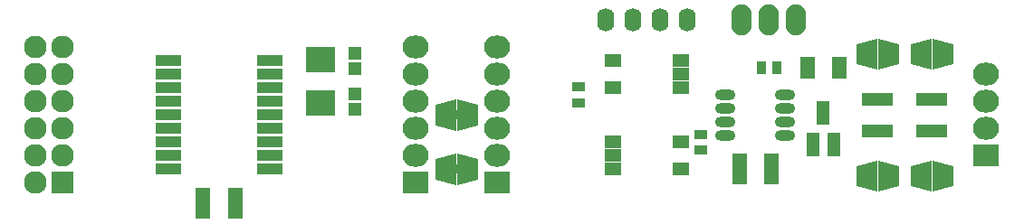
<source format=gts>
G04 #@! TF.FileFunction,Soldermask,Top*
%FSLAX46Y46*%
G04 Gerber Fmt 4.6, Leading zero omitted, Abs format (unit mm)*
G04 Created by KiCad (PCBNEW 4.0.2+e4-6225~38~ubuntu15.10.1-stable) date Do 16 Jun 2016 10:00:32 CEST*
%MOMM*%
G01*
G04 APERTURE LIST*
%ADD10C,0.100000*%
%ADD11R,2.400000X1.000000*%
%ADD12R,1.400000X0.900000*%
%ADD13O,1.600000X2.200000*%
%ADD14R,1.400000X2.000000*%
%ADD15R,2.432000X2.127200*%
%ADD16O,2.432000X2.127200*%
%ADD17R,1.150000X1.200000*%
%ADD18R,1.400000X2.900000*%
%ADD19R,2.800000X2.400000*%
%ADD20O,1.901140X2.899360*%
%ADD21R,2.900000X1.300000*%
%ADD22R,0.900000X1.300000*%
%ADD23R,1.300000X0.900000*%
%ADD24R,1.600000X1.200000*%
%ADD25R,2.127200X2.127200*%
%ADD26O,2.127200X2.127200*%
%ADD27R,1.200100X2.200860*%
%ADD28O,1.873200X1.009600*%
G04 APERTURE END LIST*
D10*
D11*
X39625000Y-33020000D03*
X39625000Y-31750000D03*
X39625000Y-30480000D03*
X39625000Y-29210000D03*
X39625000Y-27940000D03*
X39625000Y-26670000D03*
X39625000Y-25400000D03*
X39625000Y-24130000D03*
X39625000Y-22860000D03*
X30225000Y-22860000D03*
X30225000Y-24130000D03*
X30225000Y-25400000D03*
X30225000Y-26670000D03*
X30225000Y-27940000D03*
X30225000Y-29210000D03*
X30225000Y-30480000D03*
X30225000Y-31750000D03*
X30225000Y-33020000D03*
D10*
G36*
X55200000Y-33970000D02*
X55200000Y-32070000D01*
X57100000Y-31570000D01*
X57100000Y-34470000D01*
X55200000Y-33970000D01*
X55200000Y-33970000D01*
G37*
G36*
X57200000Y-34470000D02*
X57200000Y-31570000D01*
X59100000Y-32070000D01*
X59100000Y-33970000D01*
X57200000Y-34470000D01*
X57200000Y-34470000D01*
G37*
D12*
X57150000Y-33020000D03*
D10*
G36*
X55200000Y-28890000D02*
X55200000Y-26990000D01*
X57100000Y-26490000D01*
X57100000Y-29390000D01*
X55200000Y-28890000D01*
X55200000Y-28890000D01*
G37*
G36*
X57200000Y-29390000D02*
X57200000Y-26490000D01*
X59100000Y-26990000D01*
X59100000Y-28890000D01*
X57200000Y-29390000D01*
X57200000Y-29390000D01*
G37*
D12*
X57150000Y-27940000D03*
D13*
X71120000Y-19050000D03*
X73660000Y-19050000D03*
X76200000Y-19050000D03*
X78740000Y-19050000D03*
D14*
X89940000Y-23495000D03*
X92940000Y-23495000D03*
D15*
X53340000Y-34290000D03*
D16*
X53340000Y-31750000D03*
X53340000Y-29210000D03*
X53340000Y-26670000D03*
X53340000Y-24130000D03*
X53340000Y-21590000D03*
D17*
X47625000Y-25920000D03*
X47625000Y-27420000D03*
X47625000Y-23610000D03*
X47625000Y-22110000D03*
D18*
X86590000Y-33020000D03*
X83590000Y-33020000D03*
X36425000Y-36195000D03*
X33425000Y-36195000D03*
D19*
X44450000Y-22715000D03*
X44450000Y-26815000D03*
D20*
X86360000Y-19050000D03*
X83820000Y-19050000D03*
X88900000Y-19050000D03*
D21*
X96520000Y-26490000D03*
X96520000Y-29390000D03*
X101600000Y-26490000D03*
X101600000Y-29390000D03*
D22*
X85610000Y-23495000D03*
X87110000Y-23495000D03*
D23*
X80010000Y-29730000D03*
X80010000Y-31230000D03*
X68580000Y-25285000D03*
X68580000Y-26785000D03*
D24*
X71780000Y-22860000D03*
X71780000Y-25400000D03*
X78080000Y-25400000D03*
X78080000Y-24130000D03*
X78080000Y-22860000D03*
X78080000Y-33020000D03*
X78080000Y-30480000D03*
X71780000Y-30480000D03*
X71780000Y-31750000D03*
X71780000Y-33020000D03*
D15*
X106680000Y-31750000D03*
D16*
X106680000Y-29210000D03*
X106680000Y-26670000D03*
X106680000Y-24130000D03*
D15*
X60960000Y-34290000D03*
D16*
X60960000Y-31750000D03*
X60960000Y-29210000D03*
X60960000Y-26670000D03*
X60960000Y-24130000D03*
X60960000Y-21590000D03*
D25*
X20320000Y-34290000D03*
D26*
X17780000Y-34290000D03*
X20320000Y-31750000D03*
X17780000Y-31750000D03*
X20320000Y-29210000D03*
X17780000Y-29210000D03*
X20320000Y-26670000D03*
X17780000Y-26670000D03*
X20320000Y-24130000D03*
X17780000Y-24130000D03*
X20320000Y-21590000D03*
X17780000Y-21590000D03*
D27*
X90490000Y-30711140D03*
X92390000Y-30711140D03*
X91440000Y-27708860D03*
D28*
X82296000Y-26035000D03*
X82296000Y-27305000D03*
X82296000Y-28575000D03*
X82296000Y-29845000D03*
X87884000Y-29845000D03*
X87884000Y-28575000D03*
X87884000Y-27305000D03*
X87884000Y-26035000D03*
D10*
G36*
X99650000Y-34605000D02*
X99650000Y-32705000D01*
X101550000Y-32205000D01*
X101550000Y-35105000D01*
X99650000Y-34605000D01*
X99650000Y-34605000D01*
G37*
G36*
X101650000Y-35105000D02*
X101650000Y-32205000D01*
X103550000Y-32705000D01*
X103550000Y-34605000D01*
X101650000Y-35105000D01*
X101650000Y-35105000D01*
G37*
G36*
X98470000Y-21275000D02*
X98470000Y-23175000D01*
X96570000Y-23675000D01*
X96570000Y-20775000D01*
X98470000Y-21275000D01*
X98470000Y-21275000D01*
G37*
G36*
X96470000Y-20775000D02*
X96470000Y-23675000D01*
X94570000Y-23175000D01*
X94570000Y-21275000D01*
X96470000Y-20775000D01*
X96470000Y-20775000D01*
G37*
G36*
X98470000Y-32705000D02*
X98470000Y-34605000D01*
X96570000Y-35105000D01*
X96570000Y-32205000D01*
X98470000Y-32705000D01*
X98470000Y-32705000D01*
G37*
G36*
X96470000Y-32205000D02*
X96470000Y-35105000D01*
X94570000Y-34605000D01*
X94570000Y-32705000D01*
X96470000Y-32205000D01*
X96470000Y-32205000D01*
G37*
G36*
X103550000Y-21275000D02*
X103550000Y-23175000D01*
X101650000Y-23675000D01*
X101650000Y-20775000D01*
X103550000Y-21275000D01*
X103550000Y-21275000D01*
G37*
G36*
X101550000Y-20775000D02*
X101550000Y-23675000D01*
X99650000Y-23175000D01*
X99650000Y-21275000D01*
X101550000Y-20775000D01*
X101550000Y-20775000D01*
G37*
M02*

</source>
